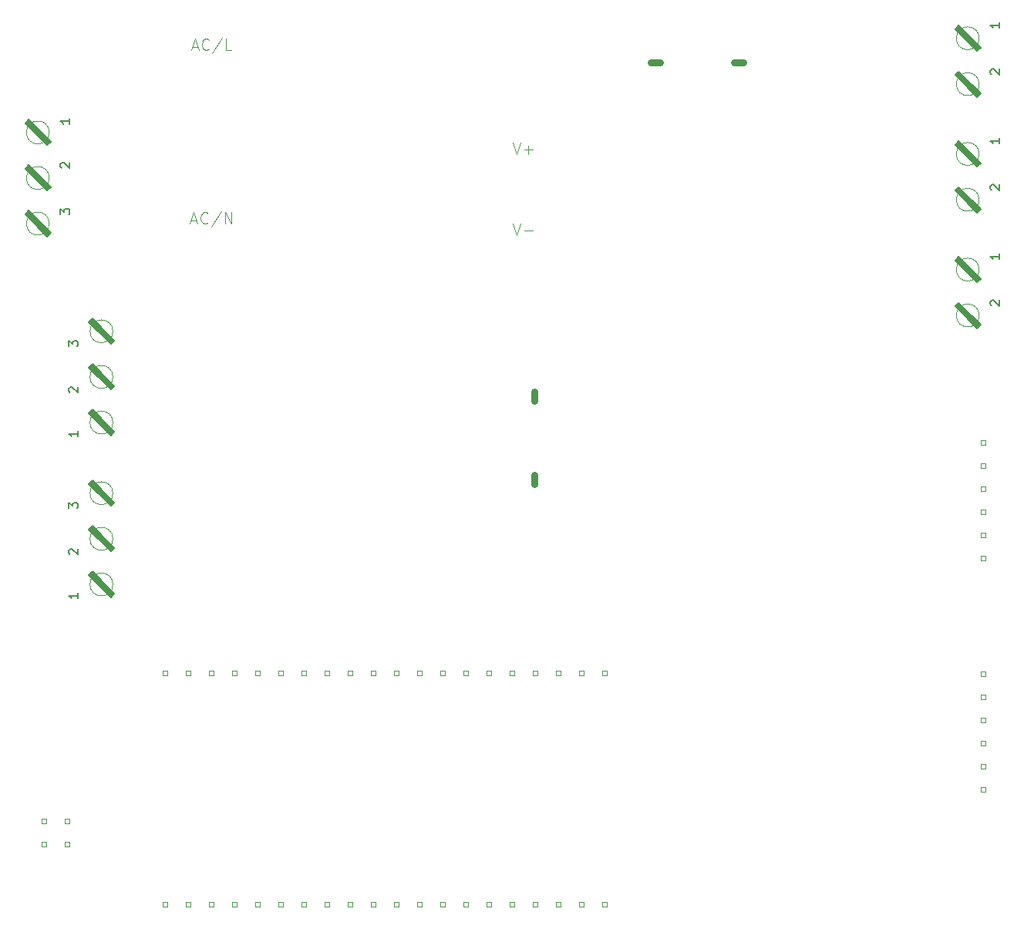
<source format=gbr>
G04 #@! TF.GenerationSoftware,KiCad,Pcbnew,(5.0.0)*
G04 #@! TF.CreationDate,2019-01-25T09:41:45+01:00*
G04 #@! TF.ProjectId,cosi_pwr,636F73695F7077722E6B696361645F70,0.1*
G04 #@! TF.SameCoordinates,Original*
G04 #@! TF.FileFunction,Legend,Top*
G04 #@! TF.FilePolarity,Positive*
%FSLAX46Y46*%
G04 Gerber Fmt 4.6, Leading zero omitted, Abs format (unit mm)*
G04 Created by KiCad (PCBNEW (5.0.0)) date 01/25/19 09:41:45*
%MOMM*%
%LPD*%
G01*
G04 APERTURE LIST*
%ADD10C,0.762000*%
%ADD11C,0.066040*%
%ADD12C,0.152400*%
%ADD13C,0.609600*%
%ADD14C,0.076200*%
%ADD15C,0.101600*%
%ADD16C,0.127000*%
G04 APERTURE END LIST*
D10*
G04 #@! TO.C,D1*
X128143000Y-92075000D02*
X128143000Y-91059000D01*
X128143000Y-81915000D02*
X128143000Y-82931000D01*
D11*
G04 #@! TO.C,IO1*
X133096000Y-113030000D02*
X133604000Y-113030000D01*
X133604000Y-113030000D02*
X133604000Y-112522000D01*
X133096000Y-112522000D02*
X133604000Y-112522000D01*
X133096000Y-113030000D02*
X133096000Y-112522000D01*
X130556000Y-113030000D02*
X131064000Y-113030000D01*
X131064000Y-113030000D02*
X131064000Y-112522000D01*
X130556000Y-112522000D02*
X131064000Y-112522000D01*
X130556000Y-113030000D02*
X130556000Y-112522000D01*
X128016000Y-113030000D02*
X128524000Y-113030000D01*
X128524000Y-113030000D02*
X128524000Y-112522000D01*
X128016000Y-112522000D02*
X128524000Y-112522000D01*
X128016000Y-113030000D02*
X128016000Y-112522000D01*
X125476000Y-113030000D02*
X125984000Y-113030000D01*
X125984000Y-113030000D02*
X125984000Y-112522000D01*
X125476000Y-112522000D02*
X125984000Y-112522000D01*
X125476000Y-113030000D02*
X125476000Y-112522000D01*
X122936000Y-113030000D02*
X123444000Y-113030000D01*
X123444000Y-113030000D02*
X123444000Y-112522000D01*
X122936000Y-112522000D02*
X123444000Y-112522000D01*
X122936000Y-113030000D02*
X122936000Y-112522000D01*
X120396000Y-113030000D02*
X120904000Y-113030000D01*
X120904000Y-113030000D02*
X120904000Y-112522000D01*
X120396000Y-112522000D02*
X120904000Y-112522000D01*
X120396000Y-113030000D02*
X120396000Y-112522000D01*
X117856000Y-113030000D02*
X118364000Y-113030000D01*
X118364000Y-113030000D02*
X118364000Y-112522000D01*
X117856000Y-112522000D02*
X118364000Y-112522000D01*
X117856000Y-113030000D02*
X117856000Y-112522000D01*
X115316000Y-113030000D02*
X115824000Y-113030000D01*
X115824000Y-113030000D02*
X115824000Y-112522000D01*
X115316000Y-112522000D02*
X115824000Y-112522000D01*
X115316000Y-113030000D02*
X115316000Y-112522000D01*
X112776000Y-113030000D02*
X113284000Y-113030000D01*
X113284000Y-113030000D02*
X113284000Y-112522000D01*
X112776000Y-112522000D02*
X113284000Y-112522000D01*
X112776000Y-113030000D02*
X112776000Y-112522000D01*
X110236000Y-113030000D02*
X110744000Y-113030000D01*
X110744000Y-113030000D02*
X110744000Y-112522000D01*
X110236000Y-112522000D02*
X110744000Y-112522000D01*
X110236000Y-113030000D02*
X110236000Y-112522000D01*
X107696000Y-113030000D02*
X108204000Y-113030000D01*
X108204000Y-113030000D02*
X108204000Y-112522000D01*
X107696000Y-112522000D02*
X108204000Y-112522000D01*
X107696000Y-113030000D02*
X107696000Y-112522000D01*
X105156000Y-113030000D02*
X105664000Y-113030000D01*
X105664000Y-113030000D02*
X105664000Y-112522000D01*
X105156000Y-112522000D02*
X105664000Y-112522000D01*
X105156000Y-113030000D02*
X105156000Y-112522000D01*
X102616000Y-113030000D02*
X103124000Y-113030000D01*
X103124000Y-113030000D02*
X103124000Y-112522000D01*
X102616000Y-112522000D02*
X103124000Y-112522000D01*
X102616000Y-113030000D02*
X102616000Y-112522000D01*
X100076000Y-113030000D02*
X100584000Y-113030000D01*
X100584000Y-113030000D02*
X100584000Y-112522000D01*
X100076000Y-112522000D02*
X100584000Y-112522000D01*
X100076000Y-113030000D02*
X100076000Y-112522000D01*
X97536000Y-113030000D02*
X98044000Y-113030000D01*
X98044000Y-113030000D02*
X98044000Y-112522000D01*
X97536000Y-112522000D02*
X98044000Y-112522000D01*
X97536000Y-113030000D02*
X97536000Y-112522000D01*
X94996000Y-113030000D02*
X95504000Y-113030000D01*
X95504000Y-113030000D02*
X95504000Y-112522000D01*
X94996000Y-112522000D02*
X95504000Y-112522000D01*
X94996000Y-113030000D02*
X94996000Y-112522000D01*
X92456000Y-113030000D02*
X92964000Y-113030000D01*
X92964000Y-113030000D02*
X92964000Y-112522000D01*
X92456000Y-112522000D02*
X92964000Y-112522000D01*
X92456000Y-113030000D02*
X92456000Y-112522000D01*
X89916000Y-113030000D02*
X90424000Y-113030000D01*
X90424000Y-113030000D02*
X90424000Y-112522000D01*
X89916000Y-112522000D02*
X90424000Y-112522000D01*
X89916000Y-113030000D02*
X89916000Y-112522000D01*
X87376000Y-113030000D02*
X87884000Y-113030000D01*
X87884000Y-113030000D02*
X87884000Y-112522000D01*
X87376000Y-112522000D02*
X87884000Y-112522000D01*
X87376000Y-113030000D02*
X87376000Y-112522000D01*
X135636000Y-113030000D02*
X136144000Y-113030000D01*
X136144000Y-113030000D02*
X136144000Y-112522000D01*
X135636000Y-112522000D02*
X136144000Y-112522000D01*
X135636000Y-113030000D02*
X135636000Y-112522000D01*
G04 #@! TO.C,IO2*
X133096000Y-138430000D02*
X133604000Y-138430000D01*
X133604000Y-138430000D02*
X133604000Y-137922000D01*
X133096000Y-137922000D02*
X133604000Y-137922000D01*
X133096000Y-138430000D02*
X133096000Y-137922000D01*
X130556000Y-138430000D02*
X131064000Y-138430000D01*
X131064000Y-138430000D02*
X131064000Y-137922000D01*
X130556000Y-137922000D02*
X131064000Y-137922000D01*
X130556000Y-138430000D02*
X130556000Y-137922000D01*
X128016000Y-138430000D02*
X128524000Y-138430000D01*
X128524000Y-138430000D02*
X128524000Y-137922000D01*
X128016000Y-137922000D02*
X128524000Y-137922000D01*
X128016000Y-138430000D02*
X128016000Y-137922000D01*
X125476000Y-138430000D02*
X125984000Y-138430000D01*
X125984000Y-138430000D02*
X125984000Y-137922000D01*
X125476000Y-137922000D02*
X125984000Y-137922000D01*
X125476000Y-138430000D02*
X125476000Y-137922000D01*
X122936000Y-138430000D02*
X123444000Y-138430000D01*
X123444000Y-138430000D02*
X123444000Y-137922000D01*
X122936000Y-137922000D02*
X123444000Y-137922000D01*
X122936000Y-138430000D02*
X122936000Y-137922000D01*
X120396000Y-138430000D02*
X120904000Y-138430000D01*
X120904000Y-138430000D02*
X120904000Y-137922000D01*
X120396000Y-137922000D02*
X120904000Y-137922000D01*
X120396000Y-138430000D02*
X120396000Y-137922000D01*
X117856000Y-138430000D02*
X118364000Y-138430000D01*
X118364000Y-138430000D02*
X118364000Y-137922000D01*
X117856000Y-137922000D02*
X118364000Y-137922000D01*
X117856000Y-138430000D02*
X117856000Y-137922000D01*
X115316000Y-138430000D02*
X115824000Y-138430000D01*
X115824000Y-138430000D02*
X115824000Y-137922000D01*
X115316000Y-137922000D02*
X115824000Y-137922000D01*
X115316000Y-138430000D02*
X115316000Y-137922000D01*
X112776000Y-138430000D02*
X113284000Y-138430000D01*
X113284000Y-138430000D02*
X113284000Y-137922000D01*
X112776000Y-137922000D02*
X113284000Y-137922000D01*
X112776000Y-138430000D02*
X112776000Y-137922000D01*
X110236000Y-138430000D02*
X110744000Y-138430000D01*
X110744000Y-138430000D02*
X110744000Y-137922000D01*
X110236000Y-137922000D02*
X110744000Y-137922000D01*
X110236000Y-138430000D02*
X110236000Y-137922000D01*
X107696000Y-138430000D02*
X108204000Y-138430000D01*
X108204000Y-138430000D02*
X108204000Y-137922000D01*
X107696000Y-137922000D02*
X108204000Y-137922000D01*
X107696000Y-138430000D02*
X107696000Y-137922000D01*
X105156000Y-138430000D02*
X105664000Y-138430000D01*
X105664000Y-138430000D02*
X105664000Y-137922000D01*
X105156000Y-137922000D02*
X105664000Y-137922000D01*
X105156000Y-138430000D02*
X105156000Y-137922000D01*
X102616000Y-138430000D02*
X103124000Y-138430000D01*
X103124000Y-138430000D02*
X103124000Y-137922000D01*
X102616000Y-137922000D02*
X103124000Y-137922000D01*
X102616000Y-138430000D02*
X102616000Y-137922000D01*
X100076000Y-138430000D02*
X100584000Y-138430000D01*
X100584000Y-138430000D02*
X100584000Y-137922000D01*
X100076000Y-137922000D02*
X100584000Y-137922000D01*
X100076000Y-138430000D02*
X100076000Y-137922000D01*
X97536000Y-138430000D02*
X98044000Y-138430000D01*
X98044000Y-138430000D02*
X98044000Y-137922000D01*
X97536000Y-137922000D02*
X98044000Y-137922000D01*
X97536000Y-138430000D02*
X97536000Y-137922000D01*
X94996000Y-138430000D02*
X95504000Y-138430000D01*
X95504000Y-138430000D02*
X95504000Y-137922000D01*
X94996000Y-137922000D02*
X95504000Y-137922000D01*
X94996000Y-138430000D02*
X94996000Y-137922000D01*
X92456000Y-138430000D02*
X92964000Y-138430000D01*
X92964000Y-138430000D02*
X92964000Y-137922000D01*
X92456000Y-137922000D02*
X92964000Y-137922000D01*
X92456000Y-138430000D02*
X92456000Y-137922000D01*
X89916000Y-138430000D02*
X90424000Y-138430000D01*
X90424000Y-138430000D02*
X90424000Y-137922000D01*
X89916000Y-137922000D02*
X90424000Y-137922000D01*
X89916000Y-138430000D02*
X89916000Y-137922000D01*
X87376000Y-138430000D02*
X87884000Y-138430000D01*
X87884000Y-138430000D02*
X87884000Y-137922000D01*
X87376000Y-137922000D02*
X87884000Y-137922000D01*
X87376000Y-138430000D02*
X87376000Y-137922000D01*
X135636000Y-138430000D02*
X136144000Y-138430000D01*
X136144000Y-138430000D02*
X136144000Y-137922000D01*
X135636000Y-137922000D02*
X136144000Y-137922000D01*
X135636000Y-138430000D02*
X135636000Y-137922000D01*
G04 #@! TO.C,JP1*
X77089000Y-128778000D02*
X76581000Y-128778000D01*
X76581000Y-128778000D02*
X76581000Y-129286000D01*
X77089000Y-129286000D02*
X76581000Y-129286000D01*
X77089000Y-128778000D02*
X77089000Y-129286000D01*
X77089000Y-131318000D02*
X76581000Y-131318000D01*
X76581000Y-131318000D02*
X76581000Y-131826000D01*
X77089000Y-131826000D02*
X76581000Y-131826000D01*
X77089000Y-131318000D02*
X77089000Y-131826000D01*
X74549000Y-131318000D02*
X74041000Y-131318000D01*
X74041000Y-131318000D02*
X74041000Y-131826000D01*
X74549000Y-131826000D02*
X74041000Y-131826000D01*
X74549000Y-131318000D02*
X74549000Y-131826000D01*
X74549000Y-128778000D02*
X74041000Y-128778000D01*
X74041000Y-128778000D02*
X74041000Y-129286000D01*
X74549000Y-129286000D02*
X74041000Y-129286000D01*
X74549000Y-128778000D02*
X74549000Y-129286000D01*
G04 #@! TO.C,JP2*
X177165000Y-97345500D02*
X177165000Y-97853500D01*
X177165000Y-97853500D02*
X177673000Y-97853500D01*
X177673000Y-97345500D02*
X177673000Y-97853500D01*
X177165000Y-97345500D02*
X177673000Y-97345500D01*
X177165000Y-94805500D02*
X177165000Y-95313500D01*
X177165000Y-95313500D02*
X177673000Y-95313500D01*
X177673000Y-94805500D02*
X177673000Y-95313500D01*
X177165000Y-94805500D02*
X177673000Y-94805500D01*
X177165000Y-92265500D02*
X177165000Y-92773500D01*
X177165000Y-92773500D02*
X177673000Y-92773500D01*
X177673000Y-92265500D02*
X177673000Y-92773500D01*
X177165000Y-92265500D02*
X177673000Y-92265500D01*
X177165000Y-89725500D02*
X177165000Y-90233500D01*
X177165000Y-90233500D02*
X177673000Y-90233500D01*
X177673000Y-89725500D02*
X177673000Y-90233500D01*
X177165000Y-89725500D02*
X177673000Y-89725500D01*
X177165000Y-87185500D02*
X177165000Y-87693500D01*
X177165000Y-87693500D02*
X177673000Y-87693500D01*
X177673000Y-87185500D02*
X177673000Y-87693500D01*
X177165000Y-87185500D02*
X177673000Y-87185500D01*
X177165000Y-99885500D02*
X177165000Y-100393500D01*
X177165000Y-100393500D02*
X177673000Y-100393500D01*
X177673000Y-99885500D02*
X177673000Y-100393500D01*
X177165000Y-99885500D02*
X177673000Y-99885500D01*
G04 #@! TO.C,JP3*
X177165000Y-122809000D02*
X177165000Y-123317000D01*
X177165000Y-123317000D02*
X177673000Y-123317000D01*
X177673000Y-122809000D02*
X177673000Y-123317000D01*
X177165000Y-122809000D02*
X177673000Y-122809000D01*
X177165000Y-120269000D02*
X177165000Y-120777000D01*
X177165000Y-120777000D02*
X177673000Y-120777000D01*
X177673000Y-120269000D02*
X177673000Y-120777000D01*
X177165000Y-120269000D02*
X177673000Y-120269000D01*
X177165000Y-117729000D02*
X177165000Y-118237000D01*
X177165000Y-118237000D02*
X177673000Y-118237000D01*
X177673000Y-117729000D02*
X177673000Y-118237000D01*
X177165000Y-117729000D02*
X177673000Y-117729000D01*
X177165000Y-115189000D02*
X177165000Y-115697000D01*
X177165000Y-115697000D02*
X177673000Y-115697000D01*
X177673000Y-115189000D02*
X177673000Y-115697000D01*
X177165000Y-115189000D02*
X177673000Y-115189000D01*
X177165000Y-112649000D02*
X177165000Y-113157000D01*
X177165000Y-113157000D02*
X177673000Y-113157000D01*
X177673000Y-112649000D02*
X177673000Y-113157000D01*
X177165000Y-112649000D02*
X177673000Y-112649000D01*
X177165000Y-125349000D02*
X177165000Y-125857000D01*
X177165000Y-125857000D02*
X177673000Y-125857000D01*
X177673000Y-125349000D02*
X177673000Y-125857000D01*
X177165000Y-125349000D02*
X177673000Y-125349000D01*
D12*
G04 #@! TO.C,X1*
X72263000Y-57404000D02*
X74676000Y-59817000D01*
X72644000Y-57023000D02*
X75057000Y-59436000D01*
X72644000Y-52019200D02*
X75057000Y-54432200D01*
X72263000Y-52400200D02*
X74676000Y-54815740D01*
D13*
X72644000Y-57404000D02*
X74676000Y-59436000D01*
X72644000Y-52400200D02*
X74676000Y-54432200D01*
D12*
X72644000Y-57023000D02*
X72263000Y-57404000D01*
X75057000Y-59436000D02*
X74676000Y-59817000D01*
X72644000Y-52019200D02*
X72263000Y-52400200D01*
X75057000Y-54432200D02*
X74676000Y-54815740D01*
D13*
X72644000Y-62407800D02*
X74676000Y-64439800D01*
D12*
X72263000Y-62407800D02*
X74676000Y-64820800D01*
X72644000Y-62024260D02*
X75057000Y-64439800D01*
X72644000Y-62024260D02*
X72263000Y-62407800D01*
X75057000Y-64439800D02*
X74676000Y-64820800D01*
D14*
X74917236Y-58420000D02*
G75*
G03X74917236Y-58420000I-1257236J0D01*
G01*
X74917236Y-53416200D02*
G75*
G03X74917236Y-53416200I-1257236J0D01*
G01*
X74917236Y-63423800D02*
G75*
G03X74917236Y-63423800I-1257236J0D01*
G01*
D12*
G04 #@! TO.C,X2*
X82042000Y-99060000D02*
X79629000Y-96647000D01*
X81661000Y-99441000D02*
X79248000Y-97028000D01*
X81661000Y-104444800D02*
X79248000Y-102031800D01*
X82042000Y-104063800D02*
X79629000Y-101648260D01*
D13*
X81661000Y-99060000D02*
X79629000Y-97028000D01*
X81661000Y-104063800D02*
X79629000Y-102031800D01*
D12*
X81661000Y-99441000D02*
X82042000Y-99060000D01*
X79248000Y-97028000D02*
X79629000Y-96647000D01*
X81661000Y-104444800D02*
X82042000Y-104063800D01*
X79248000Y-102031800D02*
X79629000Y-101648260D01*
D13*
X81661000Y-94056200D02*
X79629000Y-92024200D01*
D12*
X82042000Y-94056200D02*
X79629000Y-91643200D01*
X81661000Y-94439740D02*
X79248000Y-92024200D01*
X81661000Y-94439740D02*
X82042000Y-94056200D01*
X79248000Y-92024200D02*
X79629000Y-91643200D01*
D14*
X81902236Y-98044000D02*
G75*
G03X81902236Y-98044000I-1257236J0D01*
G01*
X81902236Y-103047800D02*
G75*
G03X81902236Y-103047800I-1257236J0D01*
G01*
X81902236Y-93040200D02*
G75*
G03X81902236Y-93040200I-1257236J0D01*
G01*
D12*
G04 #@! TO.C,X3*
X82042000Y-81280000D02*
X79629000Y-78867000D01*
X81661000Y-81661000D02*
X79248000Y-79248000D01*
X81661000Y-86664800D02*
X79248000Y-84251800D01*
X82042000Y-86283800D02*
X79629000Y-83868260D01*
D13*
X81661000Y-81280000D02*
X79629000Y-79248000D01*
X81661000Y-86283800D02*
X79629000Y-84251800D01*
D12*
X81661000Y-81661000D02*
X82042000Y-81280000D01*
X79248000Y-79248000D02*
X79629000Y-78867000D01*
X81661000Y-86664800D02*
X82042000Y-86283800D01*
X79248000Y-84251800D02*
X79629000Y-83868260D01*
D13*
X81661000Y-76276200D02*
X79629000Y-74244200D01*
D12*
X82042000Y-76276200D02*
X79629000Y-73863200D01*
X81661000Y-76659740D02*
X79248000Y-74244200D01*
X81661000Y-76659740D02*
X82042000Y-76276200D01*
X79248000Y-74244200D02*
X79629000Y-73863200D01*
D14*
X81902236Y-80264000D02*
G75*
G03X81902236Y-80264000I-1257236J0D01*
G01*
X81902236Y-85267800D02*
G75*
G03X81902236Y-85267800I-1257236J0D01*
G01*
X81902236Y-75260200D02*
G75*
G03X81902236Y-75260200I-1257236J0D01*
G01*
D12*
G04 #@! TO.C,X4*
X174371000Y-47091600D02*
X176784000Y-49504600D01*
X174752000Y-46710600D02*
X177165000Y-49123600D01*
X174752000Y-41681400D02*
X177165000Y-44094400D01*
X174371000Y-42062400D02*
X176784000Y-44475400D01*
D13*
X174752000Y-47091600D02*
X176784000Y-49123600D01*
X174752000Y-42062400D02*
X176784000Y-44094400D01*
D12*
X174752000Y-46710600D02*
X174371000Y-47091600D01*
X177165000Y-49123600D02*
X176784000Y-49504600D01*
X174752000Y-41681400D02*
X174371000Y-42062400D01*
X177165000Y-44094400D02*
X176784000Y-44475400D01*
D14*
X177025236Y-48107600D02*
G75*
G03X177025236Y-48107600I-1257236J0D01*
G01*
X177025236Y-43078400D02*
G75*
G03X177025236Y-43078400I-1257236J0D01*
G01*
D12*
G04 #@! TO.C,X5*
X174371000Y-59791600D02*
X176784000Y-62204600D01*
X174752000Y-59410600D02*
X177165000Y-61823600D01*
X174752000Y-54381400D02*
X177165000Y-56794400D01*
X174371000Y-54762400D02*
X176784000Y-57175400D01*
D13*
X174752000Y-59791600D02*
X176784000Y-61823600D01*
X174752000Y-54762400D02*
X176784000Y-56794400D01*
D12*
X174752000Y-59410600D02*
X174371000Y-59791600D01*
X177165000Y-61823600D02*
X176784000Y-62204600D01*
X174752000Y-54381400D02*
X174371000Y-54762400D01*
X177165000Y-56794400D02*
X176784000Y-57175400D01*
D14*
X177025236Y-60807600D02*
G75*
G03X177025236Y-60807600I-1257236J0D01*
G01*
X177025236Y-55778400D02*
G75*
G03X177025236Y-55778400I-1257236J0D01*
G01*
D12*
G04 #@! TO.C,X6*
X174371000Y-72491600D02*
X176784000Y-74904600D01*
X174752000Y-72110600D02*
X177165000Y-74523600D01*
X174752000Y-67081400D02*
X177165000Y-69494400D01*
X174371000Y-67462400D02*
X176784000Y-69875400D01*
D13*
X174752000Y-72491600D02*
X176784000Y-74523600D01*
X174752000Y-67462400D02*
X176784000Y-69494400D01*
D12*
X174752000Y-72110600D02*
X174371000Y-72491600D01*
X177165000Y-74523600D02*
X176784000Y-74904600D01*
X174752000Y-67081400D02*
X174371000Y-67462400D01*
X177165000Y-69494400D02*
X176784000Y-69875400D01*
D14*
X177025236Y-73507600D02*
G75*
G03X177025236Y-73507600I-1257236J0D01*
G01*
X177025236Y-68478400D02*
G75*
G03X177025236Y-68478400I-1257236J0D01*
G01*
D10*
G04 #@! TO.C,D2*
X140970000Y-45720000D02*
X141986000Y-45720000D01*
X151130000Y-45720000D02*
X150114000Y-45720000D01*
G04 #@! TO.C,U1*
D15*
X90442142Y-63076666D02*
X91046904Y-63076666D01*
X90321190Y-63439523D02*
X90744523Y-62169523D01*
X91167857Y-63439523D01*
X92316904Y-63318571D02*
X92256428Y-63379047D01*
X92075000Y-63439523D01*
X91954047Y-63439523D01*
X91772619Y-63379047D01*
X91651666Y-63258095D01*
X91591190Y-63137142D01*
X91530714Y-62895238D01*
X91530714Y-62713809D01*
X91591190Y-62471904D01*
X91651666Y-62350952D01*
X91772619Y-62230000D01*
X91954047Y-62169523D01*
X92075000Y-62169523D01*
X92256428Y-62230000D01*
X92316904Y-62290476D01*
X93768333Y-62109047D02*
X92679761Y-63741904D01*
X94191666Y-63439523D02*
X94191666Y-62169523D01*
X94917380Y-63439523D01*
X94917380Y-62169523D01*
X90593333Y-44026666D02*
X91198095Y-44026666D01*
X90472380Y-44389523D02*
X90895714Y-43119523D01*
X91319047Y-44389523D01*
X92468095Y-44268571D02*
X92407619Y-44329047D01*
X92226190Y-44389523D01*
X92105238Y-44389523D01*
X91923809Y-44329047D01*
X91802857Y-44208095D01*
X91742380Y-44087142D01*
X91681904Y-43845238D01*
X91681904Y-43663809D01*
X91742380Y-43421904D01*
X91802857Y-43300952D01*
X91923809Y-43180000D01*
X92105238Y-43119523D01*
X92226190Y-43119523D01*
X92407619Y-43180000D01*
X92468095Y-43240476D01*
X93919523Y-43059047D02*
X92830952Y-44691904D01*
X94947619Y-44389523D02*
X94342857Y-44389523D01*
X94342857Y-43119523D01*
X125790476Y-54549523D02*
X126213809Y-55819523D01*
X126637142Y-54549523D01*
X127060476Y-55335714D02*
X128028095Y-55335714D01*
X127544285Y-55819523D02*
X127544285Y-54851904D01*
X125790476Y-63439523D02*
X126213809Y-64709523D01*
X126637142Y-63439523D01*
X127060476Y-64225714D02*
X128028095Y-64225714D01*
G04 #@! TO.C,X1*
D16*
X77143428Y-51901271D02*
X77143428Y-52467328D01*
X77143428Y-52184300D02*
X76152828Y-52184300D01*
X76294342Y-52278642D01*
X76388685Y-52372985D01*
X76435857Y-52467328D01*
X76247171Y-57293328D02*
X76200000Y-57246157D01*
X76152828Y-57151814D01*
X76152828Y-56915957D01*
X76200000Y-56821614D01*
X76247171Y-56774442D01*
X76341514Y-56727271D01*
X76435857Y-56727271D01*
X76577371Y-56774442D01*
X77143428Y-57340500D01*
X77143428Y-56727271D01*
X76152828Y-62420500D02*
X76152828Y-61807271D01*
X76530200Y-62137471D01*
X76530200Y-61995957D01*
X76577371Y-61901614D01*
X76624542Y-61854442D01*
X76718885Y-61807271D01*
X76954742Y-61807271D01*
X77049085Y-61854442D01*
X77096257Y-61901614D01*
X77143428Y-61995957D01*
X77143428Y-62278985D01*
X77096257Y-62373328D01*
X77049085Y-62420500D01*
G04 #@! TO.C,X2*
X78057828Y-103996671D02*
X78057828Y-104562728D01*
X78057828Y-104279700D02*
X77067228Y-104279700D01*
X77208742Y-104374042D01*
X77303085Y-104468385D01*
X77350257Y-104562728D01*
X77161571Y-99736728D02*
X77114400Y-99689557D01*
X77067228Y-99595214D01*
X77067228Y-99359357D01*
X77114400Y-99265014D01*
X77161571Y-99217842D01*
X77255914Y-99170671D01*
X77350257Y-99170671D01*
X77491771Y-99217842D01*
X78057828Y-99783900D01*
X78057828Y-99170671D01*
X77067228Y-94703900D02*
X77067228Y-94090671D01*
X77444600Y-94420871D01*
X77444600Y-94279357D01*
X77491771Y-94185014D01*
X77538942Y-94137842D01*
X77633285Y-94090671D01*
X77869142Y-94090671D01*
X77963485Y-94137842D01*
X78010657Y-94185014D01*
X78057828Y-94279357D01*
X78057828Y-94562385D01*
X78010657Y-94656728D01*
X77963485Y-94703900D01*
G04 #@! TO.C,X3*
X78057828Y-86216671D02*
X78057828Y-86782728D01*
X78057828Y-86499700D02*
X77067228Y-86499700D01*
X77208742Y-86594042D01*
X77303085Y-86688385D01*
X77350257Y-86782728D01*
X77161571Y-81956728D02*
X77114400Y-81909557D01*
X77067228Y-81815214D01*
X77067228Y-81579357D01*
X77114400Y-81485014D01*
X77161571Y-81437842D01*
X77255914Y-81390671D01*
X77350257Y-81390671D01*
X77491771Y-81437842D01*
X78057828Y-82003900D01*
X78057828Y-81390671D01*
X77067228Y-76923900D02*
X77067228Y-76310671D01*
X77444600Y-76640871D01*
X77444600Y-76499357D01*
X77491771Y-76405014D01*
X77538942Y-76357842D01*
X77633285Y-76310671D01*
X77869142Y-76310671D01*
X77963485Y-76357842D01*
X78010657Y-76405014D01*
X78057828Y-76499357D01*
X78057828Y-76782385D01*
X78010657Y-76876728D01*
X77963485Y-76923900D01*
G04 #@! TO.C,X4*
X179251428Y-41360271D02*
X179251428Y-41926328D01*
X179251428Y-41643300D02*
X178260828Y-41643300D01*
X178402342Y-41737642D01*
X178496685Y-41831985D01*
X178543857Y-41926328D01*
X178355171Y-47006328D02*
X178308000Y-46959157D01*
X178260828Y-46864814D01*
X178260828Y-46628957D01*
X178308000Y-46534614D01*
X178355171Y-46487442D01*
X178449514Y-46440271D01*
X178543857Y-46440271D01*
X178685371Y-46487442D01*
X179251428Y-47053500D01*
X179251428Y-46440271D01*
G04 #@! TO.C,X5*
X179251428Y-54060271D02*
X179251428Y-54626328D01*
X179251428Y-54343300D02*
X178260828Y-54343300D01*
X178402342Y-54437642D01*
X178496685Y-54531985D01*
X178543857Y-54626328D01*
X178355171Y-59706328D02*
X178308000Y-59659157D01*
X178260828Y-59564814D01*
X178260828Y-59328957D01*
X178308000Y-59234614D01*
X178355171Y-59187442D01*
X178449514Y-59140271D01*
X178543857Y-59140271D01*
X178685371Y-59187442D01*
X179251428Y-59753500D01*
X179251428Y-59140271D01*
G04 #@! TO.C,X6*
X179251428Y-66760271D02*
X179251428Y-67326328D01*
X179251428Y-67043300D02*
X178260828Y-67043300D01*
X178402342Y-67137642D01*
X178496685Y-67231985D01*
X178543857Y-67326328D01*
X178355171Y-72406328D02*
X178308000Y-72359157D01*
X178260828Y-72264814D01*
X178260828Y-72028957D01*
X178308000Y-71934614D01*
X178355171Y-71887442D01*
X178449514Y-71840271D01*
X178543857Y-71840271D01*
X178685371Y-71887442D01*
X179251428Y-72453500D01*
X179251428Y-71840271D01*
G04 #@! TD*
M02*

</source>
